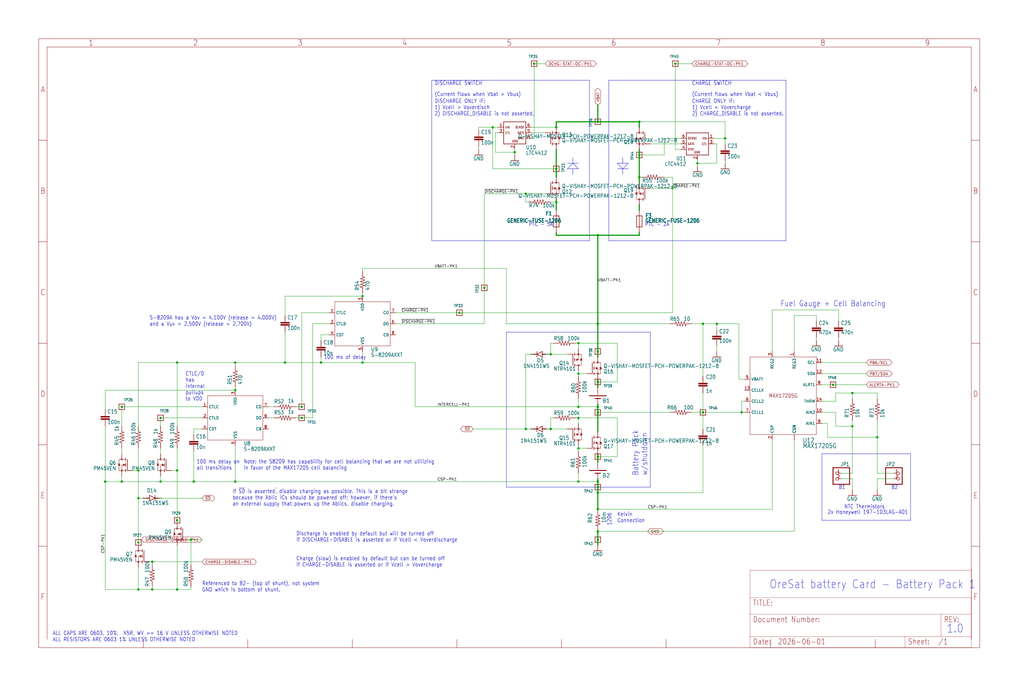
<source format=kicad_sch>
(kicad_sch (version 20230121) (generator eeschema)
  (paper "User" 469.9 317.551)
  (junction (at 236.22 69.85))
  (junction (at 63.5 248.92))
  (junction (at 274.32 161.29))
  (junction (at 63.5 228.6))
  (junction (at 322.58 189.23))
  (junction (at 226.06 58.42))
  (junction (at 274.32 186.69))
  (junction (at 274.32 148.59))
  (junction (at 274.32 226.06))
  (junction (at 81.28 166.37))
  (junction (at 166.37 135.89))
  (junction (at 81.28 215.9))
  (junction (at 138.43 186.69))
  (junction (at 63.5 270.51))
  (junction (at 166.37 166.37))
  (junction (at 265.43 191.77))
  (junction (at 265.43 171.45))
  (junction (at 222.25 132.08))
  (junction (at 55.88 220.98))
  (junction (at 382.27 176.53))
  (junction (at 255.27 92.71))
  (junction (at 210.82 143.51))
  (junction (at 328.93 148.59))
  (junction (at 274.32 243.84))
  (junction (at 69.85 270.51))
  (junction (at 147.32 166.37))
  (junction (at 274.32 189.23))
  (junction (at 73.66 220.98))
  (junction (at 73.66 191.77))
  (junction (at 274.32 247.65))
  (junction (at 274.32 233.68))
  (junction (at 322.58 148.59))
  (junction (at 252.73 196.85))
  (junction (at 107.95 166.37))
  (junction (at 63.5 215.9))
  (junction (at 274.32 107.95))
  (junction (at 138.43 191.77))
  (junction (at 48.26 220.98))
  (junction (at 340.36 189.23))
  (junction (at 274.32 55.88))
  (junction (at 245.11 29.21))
  (junction (at 391.16 195.58))
  (junction (at 241.3 88.9))
  (junction (at 130.81 166.37))
  (junction (at 309.88 29.21))
  (junction (at 107.95 220.98))
  (junction (at 265.43 220.98))
  (junction (at 308.61 86.36))
  (junction (at 255.27 77.47))
  (junction (at 274.32 209.55))
  (junction (at 87.63 247.65))
  (junction (at 81.28 238.76))
  (junction (at 107.95 179.07))
  (junction (at 332.74 63.5))
  (junction (at 274.32 223.52))
  (junction (at 55.88 186.69))
  (junction (at 274.32 175.26))
  (junction (at 293.37 55.88))
  (junction (at 88.9 220.98))
  (junction (at 391.16 180.34))
  (junction (at 293.37 81.28))
  (junction (at 402.59 200.66))
  (junction (at 81.28 270.51))
  (junction (at 265.43 205.74))
  (junction (at 320.04 74.93))
  (junction (at 293.37 71.12))
  (junction (at 265.43 157.48))
  (junction (at 255.27 58.42))
  (junction (at 252.73 162.56))
  (junction (at 274.32 220.98))
  (junction (at 241.3 196.85))
  (junction (at 265.43 186.69))
  (junction (at 69.85 257.81))
  (wire (pts (xy 391.16 182.88) (xy 391.16 180.34)) (stroke (width 0.1524)))
  (polyline (pts (xy 279.4 110.49) (xy 360.68 110.49)) (stroke (width 0.1524) (type solid)))
  (wire (pts (xy 147.32 166.37) (xy 130.81 166.37)) (stroke (width 0.1524)))
  (wire (pts (xy 107.95 179.07) (xy 48.26 179.07)) (stroke (width 0.1524)))
  (polyline (pts (xy 232.41 152.4) (xy 232.41 223.52)) (stroke (width 0.1524) (type solid)))
  (wire (pts (xy 123.19 191.77) (xy 125.73 191.77)) (stroke (width 0.1524)))
  (wire (pts (xy 252.73 196.85) (xy 260.35 196.85)) (stroke (width 0.1524)))
  (wire (pts (xy 274.32 55.88) (xy 293.37 55.88)) (stroke (width 0.508)))
  (wire (pts (xy 317.5 189.23) (xy 322.58 189.23)) (stroke (width 0.1524)))
  (wire (pts (xy 130.81 135.89) (xy 130.81 144.78)) (stroke (width 0.1524)))
  (wire (pts (xy 328.93 151.13) (xy 328.93 148.59)) (stroke (width 0.1524)))
  (wire (pts (xy 255.27 92.71) (xy 255.27 96.52)) (stroke (width 0.508)))
  (wire (pts (xy 322.58 189.23) (xy 340.36 189.23)) (stroke (width 0.1524)))
  (wire (pts (xy 81.28 166.37) (xy 63.5 166.37)) (stroke (width 0.1524)))
  (wire (pts (xy 147.32 153.67) (xy 151.13 153.67)) (stroke (width 0.1524)))
  (wire (pts (xy 328.93 158.75) (xy 328.93 161.29)) (stroke (width 0.1524)))
  (wire (pts (xy 274.32 226.06) (xy 274.32 223.52)) (stroke (width 0.508)))
  (wire (pts (xy 73.66 205.74) (xy 73.66 208.28)) (stroke (width 0.1524)))
  (wire (pts (xy 304.8 63.5) (xy 304.8 71.12)) (stroke (width 0.1524)))
  (wire (pts (xy 269.24 171.45) (xy 265.43 171.45)) (stroke (width 0.1524)))
  (wire (pts (xy 304.8 81.28) (xy 308.61 81.28)) (stroke (width 0.1524)))
  (wire (pts (xy 250.19 162.56) (xy 252.73 162.56)) (stroke (width 0.1524)))
  (polyline (pts (xy 262.89 74.93) (xy 262.89 72.39)) (stroke (width 0.1524) (type solid)))
  (wire (pts (xy 138.43 191.77) (xy 143.51 191.77)) (stroke (width 0.1524)))
  (polyline (pts (xy 262.89 77.47) (xy 262.89 80.01)) (stroke (width 0.1524) (type solid)))
  (wire (pts (xy 327.66 63.5) (xy 332.74 63.5)) (stroke (width 0.1524)))
  (wire (pts (xy 69.85 270.51) (xy 81.28 270.51)) (stroke (width 0.1524)))
  (wire (pts (xy 252.73 162.56) (xy 260.35 162.56)) (stroke (width 0.1524)))
  (wire (pts (xy 166.37 166.37) (xy 147.32 166.37)) (stroke (width 0.1524)))
  (wire (pts (xy 63.5 228.6) (xy 63.5 248.92)) (stroke (width 0.1524)))
  (wire (pts (xy 55.88 218.44) (xy 55.88 220.98)) (stroke (width 0.1524)))
  (wire (pts (xy 274.32 185.42) (xy 274.32 186.69)) (stroke (width 0.508)))
  (wire (pts (xy 87.63 270.51) (xy 87.63 269.24)) (stroke (width 0.1524)))
  (wire (pts (xy 341.63 189.23) (xy 340.36 189.23)) (stroke (width 0.1524)))
  (wire (pts (xy 402.59 200.66) (xy 402.59 193.04)) (stroke (width 0.1524)))
  (wire (pts (xy 63.5 270.51) (xy 63.5 260.35)) (stroke (width 0.1524)))
  (polyline (pts (xy 285.75 74.93) (xy 285.75 72.39)) (stroke (width 0.1524) (type solid)))
  (wire (pts (xy 250.19 196.85) (xy 252.73 196.85)) (stroke (width 0.1524)))
  (wire (pts (xy 320.04 76.2) (xy 320.04 74.93)) (stroke (width 0.1524)))
  (wire (pts (xy 274.32 177.8) (xy 274.32 175.26)) (stroke (width 0.508)))
  (wire (pts (xy 383.54 180.34) (xy 391.16 180.34)) (stroke (width 0.1524)))
  (wire (pts (xy 232.41 148.59) (xy 232.41 123.19)) (stroke (width 0.1524)))
  (polyline (pts (xy 279.4 36.83) (xy 279.4 110.49)) (stroke (width 0.1524) (type solid)))
  (wire (pts (xy 274.32 55.88) (xy 274.32 48.26)) (stroke (width 0.508)))
  (wire (pts (xy 332.74 73.66) (xy 332.74 74.93)) (stroke (width 0.1524)))
  (wire (pts (xy 328.93 148.59) (xy 339.09 148.59)) (stroke (width 0.1524)))
  (wire (pts (xy 92.71 191.77) (xy 73.66 191.77)) (stroke (width 0.1524)))
  (wire (pts (xy 88.9 220.98) (xy 107.95 220.98)) (stroke (width 0.1524)))
  (wire (pts (xy 293.37 55.88) (xy 332.74 55.88)) (stroke (width 0.1524)))
  (wire (pts (xy 255.27 58.42) (xy 255.27 55.88)) (stroke (width 0.508)))
  (wire (pts (xy 269.24 205.74) (xy 265.43 205.74)) (stroke (width 0.1524)))
  (wire (pts (xy 241.3 92.71) (xy 242.57 92.71)) (stroke (width 0.1524)))
  (wire (pts (xy 283.21 175.26) (xy 283.21 157.48)) (stroke (width 0.1524)))
  (wire (pts (xy 241.3 196.85) (xy 217.17 196.85)) (stroke (width 0.1524)))
  (wire (pts (xy 87.63 247.65) (xy 92.71 247.65)) (stroke (width 0.1524)))
  (wire (pts (xy 354.33 161.29) (xy 354.33 142.24)) (stroke (width 0.1524)))
  (wire (pts (xy 265.43 220.98) (xy 107.95 220.98)) (stroke (width 0.1524)))
  (polyline (pts (xy 285.75 77.47) (xy 283.21 77.47)) (stroke (width 0.1524) (type solid)))
  (wire (pts (xy 190.5 166.37) (xy 166.37 166.37)) (stroke (width 0.1524)))
  (wire (pts (xy 274.32 186.69) (xy 265.43 186.69)) (stroke (width 0.1524)))
  (wire (pts (xy 265.43 157.48) (xy 283.21 157.48)) (stroke (width 0.1524)))
  (polyline (pts (xy 417.83 238.76) (xy 417.83 208.28)) (stroke (width 0.1524) (type solid)))
  (wire (pts (xy 69.85 269.24) (xy 69.85 270.51)) (stroke (width 0.1524)))
  (wire (pts (xy 308.61 86.36) (xy 308.61 143.51)) (stroke (width 0.1524)))
  (wire (pts (xy 81.28 238.76) (xy 81.28 240.03)) (stroke (width 0.1524)))
  (wire (pts (xy 340.36 189.23) (xy 340.36 184.15)) (stroke (width 0.1524)))
  (wire (pts (xy 245.11 162.56) (xy 241.3 162.56)) (stroke (width 0.1524)))
  (wire (pts (xy 255.27 68.58) (xy 255.27 77.47)) (stroke (width 0.508)))
  (wire (pts (xy 68.58 257.81) (xy 69.85 257.81)) (stroke (width 0.1524)))
  (wire (pts (xy 274.32 148.59) (xy 307.34 148.59)) (stroke (width 0.1524)))
  (wire (pts (xy 265.43 186.69) (xy 265.43 182.88)) (stroke (width 0.1524)))
  (wire (pts (xy 377.19 166.37) (xy 397.51 166.37)) (stroke (width 0.1524)))
  (wire (pts (xy 232.41 148.59) (xy 274.32 148.59)) (stroke (width 0.1524)))
  (wire (pts (xy 219.71 67.31) (xy 219.71 68.58)) (stroke (width 0.1524)))
  (wire (pts (xy 265.43 204.47) (xy 265.43 205.74)) (stroke (width 0.1524)))
  (wire (pts (xy 48.26 220.98) (xy 48.26 270.51)) (stroke (width 0.1524)))
  (wire (pts (xy 60.96 215.9) (xy 63.5 215.9)) (stroke (width 0.1524)))
  (polyline (pts (xy 417.83 208.28) (xy 377.19 208.28)) (stroke (width 0.1524) (type solid)))
  (wire (pts (xy 55.88 195.58) (xy 55.88 186.69)) (stroke (width 0.1524)))
  (wire (pts (xy 304.8 71.12) (xy 293.37 71.12)) (stroke (width 0.1524)))
  (wire (pts (xy 166.37 124.46) (xy 166.37 123.19)) (stroke (width 0.1524)))
  (wire (pts (xy 274.32 226.06) (xy 274.32 233.68)) (stroke (width 0.508)))
  (polyline (pts (xy 285.75 77.47) (xy 285.75 80.01)) (stroke (width 0.1524) (type solid)))
  (wire (pts (xy 81.28 195.58) (xy 81.28 166.37)) (stroke (width 0.1524)))
  (wire (pts (xy 293.37 83.82) (xy 293.37 81.28)) (stroke (width 0.508)))
  (wire (pts (xy 265.43 157.48) (xy 265.43 160.02)) (stroke (width 0.1524)))
  (wire (pts (xy 340.36 184.15) (xy 341.63 184.15)) (stroke (width 0.1524)))
  (wire (pts (xy 138.43 143.51) (xy 151.13 143.51)) (stroke (width 0.1524)))
  (wire (pts (xy 383.54 195.58) (xy 391.16 195.58)) (stroke (width 0.1524)))
  (polyline (pts (xy 262.89 74.93) (xy 260.35 74.93)) (stroke (width 0.1524) (type solid)))
  (wire (pts (xy 274.32 247.65) (xy 274.32 250.19)) (stroke (width 0.508)))
  (wire (pts (xy 48.26 179.07) (xy 48.26 187.96)) (stroke (width 0.1524)))
  (wire (pts (xy 255.27 107.95) (xy 274.32 107.95)) (stroke (width 0.508)))
  (wire (pts (xy 265.43 191.77) (xy 283.21 191.77)) (stroke (width 0.1524)))
  (wire (pts (xy 265.43 191.77) (xy 265.43 194.31)) (stroke (width 0.1524)))
  (polyline (pts (xy 377.19 208.28) (xy 377.19 238.76)) (stroke (width 0.1524) (type solid)))
  (wire (pts (xy 384.81 156.21) (xy 384.81 154.94)) (stroke (width 0.1524)))
  (wire (pts (xy 210.82 143.51) (xy 181.61 143.51)) (stroke (width 0.1524)))
  (polyline (pts (xy 262.89 74.93) (xy 260.35 77.47)) (stroke (width 0.1524) (type solid)))
  (wire (pts (xy 384.81 142.24) (xy 384.81 147.32)) (stroke (width 0.1524)))
  (wire (pts (xy 274.32 175.26) (xy 283.21 175.26)) (stroke (width 0.1524)))
  (wire (pts (xy 332.74 63.5) (xy 332.74 66.04)) (stroke (width 0.1524)))
  (wire (pts (xy 265.43 172.72) (xy 265.43 171.45)) (stroke (width 0.1524)))
  (wire (pts (xy 88.9 207.01) (xy 88.9 220.98)) (stroke (width 0.1524)))
  (wire (pts (xy 308.61 81.28) (xy 308.61 86.36)) (stroke (width 0.1524)))
  (wire (pts (xy 265.43 171.45) (xy 265.43 170.18)) (stroke (width 0.1524)))
  (wire (pts (xy 228.6 58.42) (xy 226.06 58.42)) (stroke (width 0.1524)))
  (wire (pts (xy 293.37 96.52) (xy 293.37 93.98)) (stroke (width 0.508)))
  (wire (pts (xy 241.3 162.56) (xy 241.3 196.85)) (stroke (width 0.1524)))
  (wire (pts (xy 264.16 157.48) (xy 265.43 157.48)) (stroke (width 0.1524)))
  (wire (pts (xy 294.64 81.28) (xy 293.37 81.28)) (stroke (width 0.1524)))
  (wire (pts (xy 226.06 77.47) (xy 255.27 77.47)) (stroke (width 0.1524)))
  (wire (pts (xy 63.5 215.9) (xy 63.5 205.74)) (stroke (width 0.1524)))
  (wire (pts (xy 48.26 220.98) (xy 55.88 220.98)) (stroke (width 0.1524)))
  (wire (pts (xy 274.32 161.29) (xy 274.32 148.59)) (stroke (width 0.508)))
  (wire (pts (xy 382.27 176.53) (xy 397.51 176.53)) (stroke (width 0.1524)))
  (wire (pts (xy 55.88 208.28) (xy 55.88 205.74)) (stroke (width 0.1524)))
  (wire (pts (xy 374.65 156.21) (xy 374.65 154.94)) (stroke (width 0.1524)))
  (wire (pts (xy 135.89 186.69) (xy 138.43 186.69)) (stroke (width 0.1524)))
  (polyline (pts (xy 265.43 77.47) (xy 262.89 74.93)) (stroke (width 0.1524) (type solid)))
  (wire (pts (xy 81.28 215.9) (xy 81.28 238.76)) (stroke (width 0.1524)))
  (wire (pts (xy 332.74 55.88) (xy 332.74 63.5)) (stroke (width 0.1524)))
  (wire (pts (xy 410.21 219.71) (xy 402.59 219.71)) (stroke (width 0.1524)))
  (wire (pts (xy 274.32 163.83) (xy 274.32 161.29)) (stroke (width 0.508)))
  (wire (pts (xy 379.73 194.31) (xy 379.73 200.66)) (stroke (width 0.1524)))
  (wire (pts (xy 309.88 29.21) (xy 309.88 68.58)) (stroke (width 0.1524)))
  (wire (pts (xy 274.32 233.68) (xy 354.33 233.68)) (stroke (width 0.1524)))
  (wire (pts (xy 254 157.48) (xy 252.73 157.48)) (stroke (width 0.1524)))
  (wire (pts (xy 391.16 180.34) (xy 402.59 180.34)) (stroke (width 0.1524)))
  (polyline (pts (xy 285.75 74.93) (xy 288.29 74.93)) (stroke (width 0.1524) (type solid)))
  (wire (pts (xy 402.59 180.34) (xy 402.59 182.88)) (stroke (width 0.1524)))
  (wire (pts (xy 274.32 220.98) (xy 265.43 220.98)) (stroke (width 0.1524)))
  (wire (pts (xy 402.59 217.17) (xy 410.21 217.17)) (stroke (width 0.1524)))
  (wire (pts (xy 293.37 81.28) (xy 293.37 71.12)) (stroke (width 0.508)))
  (wire (pts (xy 243.84 58.42) (xy 255.27 58.42)) (stroke (width 0.1524)))
  (polyline (pts (xy 270.51 110.49) (xy 198.12 110.49)) (stroke (width 0.1524) (type solid)))
  (wire (pts (xy 73.66 220.98) (xy 88.9 220.98)) (stroke (width 0.1524)))
  (polyline (pts (xy 198.12 110.49) (xy 198.12 36.83)) (stroke (width 0.1524) (type solid)))
  (wire (pts (xy 143.51 148.59) (xy 151.13 148.59)) (stroke (width 0.1524)))
  (wire (pts (xy 255.27 106.68) (xy 255.27 107.95)) (stroke (width 0.508)))
  (wire (pts (xy 181.61 148.59) (xy 222.25 148.59)) (stroke (width 0.1524)))
  (wire (pts (xy 219.71 59.69) (xy 219.71 58.42)) (stroke (width 0.1524)))
  (wire (pts (xy 245.11 63.5) (xy 245.11 29.21)) (stroke (width 0.1524)))
  (wire (pts (xy 86.36 247.65) (xy 87.63 247.65)) (stroke (width 0.1524)))
  (wire (pts (xy 383.54 184.15) (xy 383.54 180.34)) (stroke (width 0.1524)))
  (wire (pts (xy 354.33 201.93) (xy 354.33 233.68)) (stroke (width 0.1524)))
  (wire (pts (xy 320.04 74.93) (xy 320.04 73.66)) (stroke (width 0.1524)))
  (wire (pts (xy 265.43 205.74) (xy 265.43 207.01)) (stroke (width 0.1524)))
  (wire (pts (xy 227.33 60.96) (xy 227.33 69.85)) (stroke (width 0.1524)))
  (wire (pts (xy 402.59 200.66) (xy 402.59 217.17)) (stroke (width 0.1524)))
  (wire (pts (xy 293.37 55.88) (xy 293.37 58.42)) (stroke (width 0.508)))
  (wire (pts (xy 293.37 68.58) (xy 293.37 71.12)) (stroke (width 0.508)))
  (wire (pts (xy 107.95 167.64) (xy 107.95 166.37)) (stroke (width 0.1524)))
  (wire (pts (xy 190.5 186.69) (xy 190.5 166.37)) (stroke (width 0.1524)))
  (wire (pts (xy 67.31 228.6) (xy 63.5 228.6)) (stroke (width 0.1524)))
  (polyline (pts (xy 288.29 74.93) (xy 285.75 77.47)) (stroke (width 0.1524) (type solid)))
  (wire (pts (xy 265.43 217.17) (xy 265.43 220.98)) (stroke (width 0.1524)))
  (wire (pts (xy 298.45 66.04) (xy 312.42 66.04)) (stroke (width 0.1524)))
  (wire (pts (xy 391.16 217.17) (xy 386.08 217.17)) (stroke (width 0.1524)))
  (wire (pts (xy 166.37 123.19) (xy 232.41 123.19)) (stroke (width 0.1524)))
  (wire (pts (xy 377.19 189.23) (xy 383.54 189.23)) (stroke (width 0.1524)))
  (wire (pts (xy 364.49 144.78) (xy 364.49 161.29)) (stroke (width 0.1524)))
  (wire (pts (xy 328.93 74.93) (xy 320.04 74.93)) (stroke (width 0.1524)))
  (wire (pts (xy 402.59 219.71) (xy 402.59 224.79)) (stroke (width 0.1524)))
  (wire (pts (xy 391.16 219.71) (xy 391.16 224.79)) (stroke (width 0.1524)))
  (wire (pts (xy 69.85 257.81) (xy 69.85 259.08)) (stroke (width 0.1524)))
  (wire (pts (xy 252.73 191.77) (xy 252.73 196.85)) (stroke (width 0.1524)))
  (wire (pts (xy 252.73 157.48) (xy 252.73 162.56)) (stroke (width 0.1524)))
  (wire (pts (xy 322.58 148.59) (xy 328.93 148.59)) (stroke (width 0.1524)))
  (wire (pts (xy 87.63 247.65) (xy 87.63 259.08)) (stroke (width 0.1524)))
  (wire (pts (xy 107.95 166.37) (xy 81.28 166.37)) (stroke (width 0.1524)))
  (wire (pts (xy 379.73 200.66) (xy 402.59 200.66)) (stroke (width 0.1524)))
  (wire (pts (xy 255.27 91.44) (xy 255.27 92.71)) (stroke (width 0.508)))
  (wire (pts (xy 143.51 191.77) (xy 143.51 148.59)) (stroke (width 0.1524)))
  (polyline (pts (xy 279.4 36.83) (xy 360.68 36.83)) (stroke (width 0.1524) (type solid)))
  (wire (pts (xy 377.19 171.45) (xy 397.51 171.45)) (stroke (width 0.1524)))
  (wire (pts (xy 147.32 156.21) (xy 147.32 153.67)) (stroke (width 0.1524)))
  (polyline (pts (xy 265.43 74.93) (xy 262.89 74.93)) (stroke (width 0.1524) (type solid)))
  (wire (pts (xy 147.32 166.37) (xy 147.32 163.83)) (stroke (width 0.1524)))
  (polyline (pts (xy 285.75 77.47) (xy 283.21 74.93)) (stroke (width 0.1524) (type solid)))
  (wire (pts (xy 377.19 184.15) (xy 383.54 184.15)) (stroke (width 0.1524)))
  (wire (pts (xy 72.39 228.6) (xy 92.71 228.6)) (stroke (width 0.1524)))
  (wire (pts (xy 241.3 88.9) (xy 222.25 88.9)) (stroke (width 0.1524)))
  (polyline (pts (xy 198.12 36.83) (xy 270.51 36.83)) (stroke (width 0.1524) (type solid)))
  (wire (pts (xy 283.21 191.77) (xy 283.21 209.55)) (stroke (width 0.1524)))
  (wire (pts (xy 322.58 172.72) (xy 322.58 148.59)) (stroke (width 0.1524)))
  (polyline (pts (xy 298.45 152.4) (xy 298.45 223.52)) (stroke (width 0.1524) (type solid)))
  (polyline (pts (xy 232.41 223.52) (xy 298.45 223.52)) (stroke (width 0.1524) (type solid)))
  (wire (pts (xy 328.93 66.04) (xy 328.93 74.93)) (stroke (width 0.1524)))
  (polyline (pts (xy 260.35 77.47) (xy 262.89 77.47)) (stroke (width 0.1524) (type solid)))
  (wire (pts (xy 391.16 195.58) (xy 391.16 217.17)) (stroke (width 0.1524)))
  (wire (pts (xy 241.3 196.85) (xy 245.11 196.85)) (stroke (width 0.1524)))
  (wire (pts (xy 383.54 189.23) (xy 383.54 195.58)) (stroke (width 0.1524)))
  (wire (pts (xy 274.32 212.09) (xy 274.32 209.55)) (stroke (width 0.508)))
  (wire (pts (xy 265.43 186.69) (xy 190.5 186.69)) (stroke (width 0.1524)))
  (wire (pts (xy 309.88 68.58) (xy 312.42 68.58)) (stroke (width 0.1524)))
  (wire (pts (xy 327.66 66.04) (xy 328.93 66.04)) (stroke (width 0.1524)))
  (wire (pts (xy 236.22 69.85) (xy 236.22 68.58)) (stroke (width 0.1524)))
  (wire (pts (xy 243.84 63.5) (xy 245.11 63.5)) (stroke (width 0.1524)))
  (wire (pts (xy 69.85 257.81) (xy 92.71 257.81)) (stroke (width 0.1524)))
  (wire (pts (xy 73.66 195.58) (xy 73.66 191.77)) (stroke (width 0.1524)))
  (wire (pts (xy 377.19 176.53) (xy 382.27 176.53)) (stroke (width 0.1524)))
  (wire (pts (xy 88.9 196.85) (xy 88.9 199.39)) (stroke (width 0.1524)))
  (polyline (pts (xy 377.19 238.76) (xy 417.83 238.76)) (stroke (width 0.1524) (type solid)))
  (wire (pts (xy 274.32 198.12) (xy 274.32 189.23)) (stroke (width 0.508)))
  (wire (pts (xy 48.26 220.98) (xy 48.26 195.58)) (stroke (width 0.1524)))
  (wire (pts (xy 63.5 215.9) (xy 63.5 228.6)) (stroke (width 0.1524)))
  (wire (pts (xy 274.32 175.26) (xy 274.32 173.99)) (stroke (width 0.508)))
  (wire (pts (xy 391.16 195.58) (xy 391.16 193.04)) (stroke (width 0.1524)))
  (wire (pts (xy 92.71 186.69) (xy 55.88 186.69)) (stroke (width 0.1524)))
  (wire (pts (xy 236.22 71.12) (xy 236.22 69.85)) (stroke (width 0.1524)))
  (wire (pts (xy 322.58 204.47) (xy 322.58 226.06)) (stroke (width 0.1524)))
  (wire (pts (xy 222.25 88.9) (xy 222.25 132.08)) (stroke (width 0.1524)))
  (wire (pts (xy 245.11 29.21) (xy 250.19 29.21)) (stroke (width 0.1524)))
  (wire (pts (xy 339.09 173.99) (xy 339.09 148.59)) (stroke (width 0.1524)))
  (wire (pts (xy 274.32 247.65) (xy 274.32 243.84)) (stroke (width 0.508)))
  (wire (pts (xy 274.32 189.23) (xy 274.32 186.69)) (stroke (width 0.508)))
  (wire (pts (xy 55.88 220.98) (xy 73.66 220.98)) (stroke (width 0.1524)))
  (polyline (pts (xy 288.29 77.47) (xy 285.75 77.47)) (stroke (width 0.1524) (type solid)))
  (wire (pts (xy 312.42 63.5) (xy 304.8 63.5)) (stroke (width 0.1524)))
  (wire (pts (xy 391.16 219.71) (xy 386.08 219.71)) (stroke (width 0.1524)))
  (wire (pts (xy 166.37 166.37) (xy 166.37 161.29)) (stroke (width 0.1524)))
  (wire (pts (xy 274.32 226.06) (xy 322.58 226.06)) (stroke (width 0.1524)))
  (wire (pts (xy 63.5 195.58) (xy 63.5 166.37)) (stroke (width 0.1524)))
  (polyline (pts (xy 262.89 77.47) (xy 265.43 77.47)) (stroke (width 0.1524) (type solid)))
  (wire (pts (xy 374.65 147.32) (xy 374.65 144.78)) (stroke (width 0.1524)))
  (wire (pts (xy 63.5 248.92) (xy 63.5 250.19)) (stroke (width 0.1524)))
  (wire (pts (xy 322.58 189.23) (xy 322.58 180.34)) (stroke (width 0.1524)))
  (wire (pts (xy 309.88 29.21) (xy 317.5 29.21)) (stroke (width 0.1524)))
  (wire (pts (xy 250.19 88.9) (xy 241.3 88.9)) (stroke (width 0.1524)))
  (wire (pts (xy 274.32 107.95) (xy 274.32 148.59)) (stroke (width 0.508)))
  (wire (pts (xy 255.27 55.88) (xy 274.32 55.88)) (stroke (width 0.508)))
  (wire (pts (xy 377.19 194.31) (xy 379.73 194.31)) (stroke (width 0.1524)))
  (wire (pts (xy 73.66 218.44) (xy 73.66 220.98)) (stroke (width 0.1524)))
  (wire (pts (xy 293.37 107.95) (xy 293.37 106.68)) (stroke (width 0.508)))
  (wire (pts (xy 226.06 58.42) (xy 219.71 58.42)) (stroke (width 0.1524)))
  (polyline (pts (xy 283.21 74.93) (xy 285.75 74.93)) (stroke (width 0.1524) (type solid)))
  (wire (pts (xy 241.3 88.9) (xy 241.3 92.71)) (stroke (width 0.1524)))
  (wire (pts (xy 107.95 166.37) (xy 130.81 166.37)) (stroke (width 0.1524)))
  (wire (pts (xy 322.58 196.85) (xy 322.58 189.23)) (stroke (width 0.1524)))
  (wire (pts (xy 255.27 77.47) (xy 255.27 81.28)) (stroke (width 0.508)))
  (wire (pts (xy 364.49 201.93) (xy 364.49 243.84)) (stroke (width 0.1524)))
  (wire (pts (xy 274.32 107.95) (xy 293.37 107.95)) (stroke (width 0.508)))
  (wire (pts (xy 81.28 215.9) (xy 81.28 205.74)) (stroke (width 0.1524)))
  (wire (pts (xy 107.95 179.07) (xy 107.95 177.8)) (stroke (width 0.1524)))
  (wire (pts (xy 92.71 196.85) (xy 88.9 196.85)) (stroke (width 0.1524)))
  (polyline (pts (xy 270.51 36.83) (xy 270.51 110.49)) (stroke (width 0.1524) (type solid)))
  (wire (pts (xy 308.61 86.36) (xy 298.45 86.36)) (stroke (width 0.1524)))
  (wire (pts (xy 283.21 209.55) (xy 274.32 209.55)) (stroke (width 0.1524)))
  (wire (pts (xy 274.32 219.71) (xy 274.32 220.98)) (stroke (width 0.508)))
  (wire (pts (xy 138.43 186.69) (xy 138.43 143.51)) (stroke (width 0.1524)))
  (wire (pts (xy 166.37 135.89) (xy 166.37 134.62)) (stroke (width 0.1524)))
  (wire (pts (xy 264.16 191.77) (xy 265.43 191.77)) (stroke (width 0.1524)))
  (wire (pts (xy 226.06 77.47) (xy 226.06 58.42)) (stroke (width 0.1524)))
  (wire (pts (xy 274.32 209.55) (xy 274.32 208.28)) (stroke (width 0.508)))
  (polyline (pts (xy 232.41 152.4) (xy 298.45 152.4)) (stroke (width 0.1524) (type solid)))
  (wire (pts (xy 254 191.77) (xy 252.73 191.77)) (stroke (width 0.1524)))
  (wire (pts (xy 227.33 69.85) (xy 236.22 69.85)) (stroke (width 0.1524)))
  (wire (pts (xy 222.25 148.59) (xy 222.25 132.08)) (stroke (width 0.1524)))
  (wire (pts (xy 81.28 270.51) (xy 81.28 250.19)) (stroke (width 0.1524)))
  (wire (pts (xy 274.32 223.52) (xy 274.32 220.98)) (stroke (width 0.508)))
  (wire (pts (xy 308.61 143.51) (xy 210.82 143.51)) (stroke (width 0.1524)))
  (wire (pts (xy 135.89 191.77) (xy 138.43 191.77)) (stroke (width 0.1524)))
  (wire (pts (xy 81.28 270.51) (xy 87.63 270.51)) (stroke (width 0.1524)))
  (wire (pts (xy 130.81 166.37) (xy 130.81 152.4)) (stroke (width 0.1524)))
  (wire (pts (xy 123.19 186.69) (xy 125.73 186.69)) (stroke (width 0.1524)))
  (wire (pts (xy 341.63 173.99) (xy 339.09 173.99)) (stroke (width 0.1524)))
  (wire (pts (xy 107.95 220.98) (xy 107.95 204.47)) (stroke (width 0.1524)))
  (wire (pts (xy 228.6 60.96) (xy 227.33 60.96)) (stroke (width 0.1524)))
  (wire (pts (xy 255.27 92.71) (xy 252.73 92.71)) (stroke (width 0.1524)))
  (polyline (pts (xy 360.68 36.83) (xy 360.68 110.49)) (stroke (width 0.1524) (type solid)))
  (wire (pts (xy 374.65 144.78) (xy 364.49 144.78)) (stroke (width 0.1524)))
  (wire (pts (xy 63.5 270.51) (xy 69.85 270.51)) (stroke (width 0.1524)))
  (wire (pts (xy 243.84 60.96) (xy 250.19 60.96)) (stroke (width 0.1524)))
  (wire (pts (xy 48.26 270.51) (xy 63.5 270.51)) (stroke (width 0.1524)))
  (wire (pts (xy 274.32 243.84) (xy 364.49 243.84)) (stroke (width 0.1524)))
  (wire (pts (xy 274.32 189.23) (xy 307.34 189.23)) (stroke (width 0.1524)))
  (wire (pts (xy 317.5 148.59) (xy 322.58 148.59)) (stroke (width 0.1524)))
  (wire (pts (xy 354.33 142.24) (xy 384.81 142.24)) (stroke (width 0.1524)))
  (wire (pts (xy 166.37 135.89) (xy 130.81 135.89)) (stroke (width 0.1524)))
  (wire (pts (xy 81.28 215.9) (xy 78.74 215.9)) (stroke (width 0.1524)))
  (text "PTC - 5A" (at 242.57 104.14 0) (effects (font (size 1.778 1.5113)) (justify left bottom)))
  (text "B2" (at 408.94 224.79 0) (effects (font (size 1.778 1.5113)) (justify left bottom)))
  (text "Note: the S8209 has capability for cell balancing that we are not utilizing\nin favor of the MAX17205 cell balancing" (at 111.76 215.9 0) (effects (font (size 1.778 1.5113)) (justify left bottom)))
  (text "Discharge is enabled by default but will be turned off\nif DISCHARGE-DISABLE is asserted or if Vcell < Voverdischarge" (at 135.89 248.92 0) (effects (font (size 1.778 1.5113)) (justify left bottom)))
  (text "Charge (slow) is enabled by default but can be turned off\nif CHARGE-DISABLE is asserted or if Vcell > Vovercharge" (at 135.89 260.35 0) (effects (font (size 1.778 1.5113)) (justify left bottom)))
  (text "B1" (at 384.81 224.79 0) (effects (font (size 1.778 1.5113)) (justify left bottom)))
  (text "NTC Thermistors" (at 387.35 233.68 0) (effects (font (size 1.778 1.5113)) (justify left bottom)))
  (text "2x Honeywell 197-103LAG-A01" (at 379.73 236.22 0) (effects (font (size 1.778 1.5113)) (justify left bottom)))
  (text "100 ms of delay" (at 148.59 165.1 0) (effects (font (size 1.778 1.5113)) (justify left bottom)))
  (text "DISCHARGE SWITCH" (at 199.39 39.37 0) (effects (font (size 1.778 1.5113)) (justify left bottom)))
  (text "ALL CAPS ARE 0603, 10%,  X5R, WV >= 16 V UNLESS OTHERWISE NOTED\nALL RESISTORS ARE 0603 1% UNLESS OTHERWISE NOTED" (at 24.13 294.64 0) (effects (font (size 1.778 1.5113)) (justify left bottom)))
  (text "S-8209A has a Vov = 4.100V (release = 4.000V)\nand a Vuv = 2.500V (release = 2.700V)" (at 68.58 149.86 0) (effects (font (size 1.778 1.5113)) (justify left bottom)))
  (text "Fuel Gauge + Cell Balancing" (at 358.14 140.97 0) (effects (font (size 2.54 2.159)) (justify left bottom)))
  (text "1.0" (at 434.34 290.83 0) (effects (font (size 3.81 3.2385)) (justify left bottom)))
  (text "CHARGE SWITCH" (at 317.5 39.37 0) (effects (font (size 1.778 1.5113)) (justify left bottom)))
  (text "1206" (at 280.67 241.3 90) (effects (font (size 1.778 1.5113)) (justify left bottom)))
  (text "CHARGE ONLY IF:\n1) Vcell < Vovercharge\n2) CHARGE_DISABLE is not asserted." (at 317.5 53.34 0) (effects (font (size 1.778 1.5113)) (justify left bottom)))
  (text "Battery Pack\nw/shutdown" (at 297.18 218.44 90) (effects (font (size 2.54 2.159)) (justify left bottom)))
  (text "OreSat battery Card - Battery Pack 1" (at 353.06 270.51 0) (effects (font (size 3.81 3.2385)) (justify left bottom)))
  (text "DISCHARGE ONLY IF:\n1) Vcell > Voverdisch\n2) DISCHARGE_DISABLE is not asserted." (at 199.39 53.34 0) (effects (font (size 1.778 1.5113)) (justify left bottom)))
  (text "(Current flows when Vbat > Vbus)" (at 199.39 44.45 0) (effects (font (size 1.778 1.5113)) (justify left bottom)))
  (text "Kelvin\nConnection" (at 283.21 240.03 0) (effects (font (size 1.778 1.5113)) (justify left bottom)))
  (text "(Current flows when Vbat < Vbus)" (at 317.5 44.45 0) (effects (font (size 1.778 1.5113)) (justify left bottom)))
  (text "CTLC/D\nhas\ninternal\npullups\nto VDD" (at 85.09 184.15 0) (effects (font (size 1.778 1.5113)) (justify left bottom)))
  (text "100 ms delay on\nall transitions" (at 90.17 215.9 0) (effects (font (size 1.778 1.5113)) (justify left bottom)))
  (text "Referenced to B2- (top of shunt), not system\nGND which is bottom of shunt." (at 92.71 271.78 0) (effects (font (size 1.778 1.5113)) (justify left bottom)))
  (text "If ~{SD} is asserted~{,} disable charging as possible. This is a bit strange\nbecause the Ablic ICs should be powered off; however, if there's\nan external supply that powers up the Ablics, disable charging." (at 106.68 232.41 0) (effects (font (size 1.778 1.5113)) (justify left bottom)))
  (text "PTC - 2A" (at 295.91 104.14 0) (effects (font (size 1.778 1.5113)) (justify left bottom)))
  (label "INTERCELL-PK1" (at 200.66 186.69 0) (effects (font (size 1.2446 1.2446))))
  (label "~{DISCHARGE-PK1}" (at 222.25 88.9 0) (effects (font (size 1.2446 1.2446))))
  (label "CSP-PK1" (at 200.66 220.98 0) (effects (font (size 1.2446 1.2446))))
  (label "VBATT-PK1" (at 274.32 129.54 0) (effects (font (size 1.2446 1.2446))))
  (label "CSP-PK1" (at 48.26 254 90) (effects (font (size 1.2446 1.2446))))
  (label "~{CHARGE-PK1}" (at 184.15 143.51 0) (effects (font (size 1.2446 1.2446))))
  (label "CSP-PK1" (at 297.18 233.68 0) (effects (font (size 1.2446 1.2446))))
  (label "~{DISCHARGE-PK1}" (at 184.15 148.59 0) (effects (font (size 1.2446 1.2446))))
  (label "~{CHARGE-PK1}" (at 308.61 86.36 0) (effects (font (size 1.2446 1.2446))))
  (label "VBATT-PK1" (at 199.39 123.19 0) (effects (font (size 1.2446 1.2446))))
  (global_label "ALERTA-PK1" (shape bidirectional) (at 397.51 176.53 0) (effects (font (size 1.2446 1.2446))) (property "Intersheetrefs" "${INTERSHEET_REFS}" (effects hide)))
  (global_label "DISCHARGE-DISABLE-PK1" (shape bidirectional) (at 92.71 247.65 180) (effects (font (size 1.2446 1.2446))) (property "Intersheetrefs" "${INTERSHEET_REFS}" (effects hide)))
  (global_label "~{SD}" (shape bidirectional) (at 92.71 228.6 0) (effects (font (size 1.2446 1.2446))) (property "Intersheetrefs" "${INTERSHEET_REFS}" (effects hide)))
  (global_label "VBAT" (shape bidirectional) (at 274.32 48.26 90) (effects (font (size 1.2446 1.2446))) (property "Intersheetrefs" "${INTERSHEET_REFS}" (effects hide)))
  (global_label "PB7/SDA" (shape bidirectional) (at 397.51 171.45 0) (effects (font (size 1.2446 1.2446))) (property "Intersheetrefs" "${INTERSHEET_REFS}" (effects hide)))
  (global_label "DCHG-STAT-OC-PK1" (shape bidirectional) (at 250.19 29.21 0) (effects (font (size 1.2446 1.2446))) (property "Intersheetrefs" "${INTERSHEET_REFS}" (effects hide)))
  (global_label "CHARGE-STAT-OC-PK1" (shape bidirectional) (at 317.5 29.21 0) (effects (font (size 1.2446 1.2446))) (property "Intersheetrefs" "${INTERSHEET_REFS}" (effects hide)))
  (global_label "GND" (shape bidirectional) (at 297.18 243.84 0) (effects (font (size 1.2446 1.2446))) (property "Intersheetrefs" "${INTERSHEET_REFS}" (effects hide)))
  (global_label "PB6/SCL" (shape bidirectional) (at 397.51 166.37 0) (effects (font (size 1.2446 1.2446))) (property "Intersheetrefs" "${INTERSHEET_REFS}" (effects hide)))
  (global_label "CHARGE-DISABLE-PK1" (shape bidirectional) (at 92.71 257.81 0) (effects (font (size 1.2446 1.2446))) (property "Intersheetrefs" "${INTERSHEET_REFS}" (effects hide)))
  (global_label "~{SD}" (shape bidirectional) (at 217.17 196.85 180) (effects (font (size 1.2446 1.2446))) (property "Intersheetrefs" "${INTERSHEET_REFS}" (effects hide)))
  (symbol (lib_id "oresat-batteries-eagle-import:R-US_0603-C-NOSILK") (at 259.08 157.48 0) (unit 1)
    (property "Reference" "R58" (at 254 156.21 0) (effects (font (size 1.778 1.5113)) (justify left bottom)))
    (property "Value" "100k" (at 260.35 156.21 0) (effects (font (size 1.778 1.5113)) (justify left bottom)))
    (property "Footprint" "oresat-batteries:.0603-C-NOSILK" (effects hide))
    (property "DIS" "Digi-Key" (effects hide))
    (property "DPN" "311-1.00MHRCT-ND" (effects hide))
    (property "MFR" "Yageo" (effects hide))
    (property "MPN" "RC0603FR-071ML" (effects hide))
  )
  (symbol (lib_id "oresat-batteries-eagle-import:C-EU0603-C-NOSILK") (at 332.74 68.58 0) (unit 1)
    (property "Reference" "C23" (at 333.756 67.945 0) (effects (font (size 1.778 1.5113)) (justify left bottom)))
    (property "Value" "100n" (at 333.756 72.771 0) (effects (font (size 1.778 1.5113)) (justify left bottom)))
    (property "Footprint" "oresat-batteries:.0603-C-NOSILK" (effects hide))
    (property "DIS" "Digi-Key" (effects hide))
    (property "DPN" "399-1099-1-ND" (effects hide))
    (property "MFR" "Kemet" (effects hide))
    (property "MPN" "C0603C104M4RACTU" (effects hide))
  )
  (symbol (lib_id "oresat-batteries-eagle-import:TEST-POINT-LARGE-SQUARE") (at 309.88 29.21 0) (mirror y) (unit 1)
    (property "Reference" "TP45" (at 307.34 26.67 0) (effects (font (size 1.27 1.0795)) (justify right bottom)))
    (property "Value" "TEST-POINT-LARGE-SQUARE" (effects hide))
    (property "Footprint" "oresat-batteries:1X01" (effects hide))
  )
  (symbol (lib_id "oresat-batteries-eagle-import:TEST-POINT-LARGE-SQUARE") (at 138.43 191.77 270) (mirror x) (unit 1)
    (property "Reference" "TP31" (at 140.97 193.04 90) (effects (font (size 1.27 1.0795)) (justify left bottom)))
    (property "Value" "TEST-POINT-LARGE-SQUARE" (effects hide))
    (property "Footprint" "oresat-batteries:1X01" (effects hide))
  )
  (symbol (lib_id "oresat-batteries-eagle-import:C-EU0603-C-NOSILK") (at 48.26 190.5 0) (unit 1)
    (property "Reference" "C15" (at 49.276 189.865 0) (effects (font (size 1.778 1.5113)) (justify left bottom)))
    (property "Value" "100n" (at 49.276 194.691 0) (effects (font (size 1.778 1.5113)) (justify left bottom)))
    (property "Footprint" "oresat-batteries:.0603-C-NOSILK" (effects hide))
    (property "DIS" "Digi-Key" (effects hide))
    (property "DPN" "399-1099-1-ND" (effects hide))
    (property "MFR" "Kemet" (effects hide))
    (property "MPN" "C0603C104M4RACTU" (effects hide))
  )
  (symbol (lib_id "oresat-batteries-eagle-import:R-US_0603-C-NOSILK") (at 81.28 200.66 270) (unit 1)
    (property "Reference" "R49" (at 80.01 205.74 0) (effects (font (size 1.778 1.5113)) (justify right top)))
    (property "Value" "100k" (at 80.01 199.39 0) (effects (font (size 1.778 1.5113)) (justify right top)))
    (property "Footprint" "oresat-batteries:.0603-C-NOSILK" (effects hide))
    (property "DIS" "Digi-Key" (effects hide))
    (property "DPN" "311-1.00MHRCT-ND" (effects hide))
    (property "MFR" "Yageo" (effects hide))
    (property "MPN" "RC0603FR-071ML" (effects hide))
  )
  (symbol (lib_id "oresat-batteries-eagle-import:R-US_0603-C-NOSILK") (at 391.16 187.96 90) (unit 1)
    (property "Reference" "R71" (at 389.6614 191.77 0) (effects (font (size 1.778 1.5113)) (justify left bottom)))
    (property "Value" "10k" (at 394.462 191.77 0) (effects (font (size 1.778 1.5113)) (justify left bottom)))
    (property "Footprint" "oresat-batteries:.0603-C-NOSILK" (effects hide))
    (property "DIS" "Digi-Key" (effects hide))
    (property "DISTRIBUTOR" "Digi-key" (effects hide))
    (property "DPN" "311-10.0KHRCT-ND" (effects hide))
    (property "MFR" "Yageo" (effects hide))
    (property "MPN" "RC0603FR-0710KL" (effects hide))
  )
  (symbol (lib_id "oresat-batteries-eagle-import:supply1_GND") (at 332.74 77.47 0) (mirror y) (unit 1)
    (property "Reference" "#GND050" (effects hide))
    (property "Value" "GND" (at 335.28 80.01 0) (effects (font (size 1.778 1.5113)) (justify left bottom)))
  )
  (symbol (lib_id "oresat-batteries-eagle-import:supply1_GND") (at 384.81 158.75 0) (unit 1)
    (property "Reference" "#GND054" (effects hide))
    (property "Value" "GND" (at 382.27 161.29 0) (effects (font (size 1.778 1.5113)) (justify left bottom)))
  )
  (symbol (lib_id "oresat-batteries-eagle-import:R-US_0603-C-NOSILK") (at 265.43 177.8 270) (unit 1)
    (property "Reference" "R60" (at 264.16 180.34 0) (effects (font (size 1.778 1.5113)) (justify right top)))
    (property "Value" "100k" (at 269.24 180.34 0) (effects (font (size 1.778 1.5113)) (justify right top)))
    (property "Footprint" "oresat-batteries:.0603-C-NOSILK" (effects hide))
    (property "DIS" "Digi-Key" (effects hide))
    (property "DPN" "311-1.00MHRCT-ND" (effects hide))
    (property "MFR" "Yageo" (effects hide))
    (property "MPN" "RC0603FR-071ML" (effects hide))
  )
  (symbol (lib_id "oresat-batteries-eagle-import:S-8209AXXT") (at 166.37 148.59 0) (unit 1)
    (property "Reference" "U9" (at 170.18 161.29 0) (effects (font (size 1.778 1.5113)) (justify left bottom)))
    (property "Value" "S-8209AXXT" (at 170.18 163.83 0) (effects (font (size 1.778 1.5113)) (justify left bottom)))
    (property "Footprint" "oresat-batteries:TSSOP8" (effects hide))
    (property "MFR" "Ablic" (effects hide))
    (property "MPN" "S-8209AAA-T8T1U" (effects hide))
  )
  (symbol (lib_id "oresat-batteries-eagle-import:DIODE-SOD323-R") (at 69.85 228.6 0) (unit 1)
    (property "Reference" "D14" (at 67.31 226.06 0) (effects (font (size 1.778 1.5113)) (justify left bottom)))
    (property "Value" "1N4151WS" (at 77.47 229.87 0) (effects (font (size 1.778 1.5113)) (justify right top)))
    (property "Footprint" "oresat-batteries:SOD323-R" (effects hide))
    (property "DIS" "Digi-Key" (effects hide))
    (property "DPN" "112-1N4151WS-E3-08CT-ND " (effects hide))
    (property "MFR" "Vishay" (effects hide))
    (property "MPN" "1N4151WS-E3-08" (effects hide))
  )
  (symbol (lib_id "oresat-batteries-eagle-import:C-EU0603-C-NOSILK") (at 322.58 175.26 0) (unit 1)
    (property "Reference" "C20" (at 323.85 173.99 0) (effects (font (size 1.778 1.5113)) (justify left bottom)))
    (property "Value" "1n" (at 323.85 180.34 0) (effects (font (size 1.778 1.5113)) (justify left bottom)))
    (property "Footprint" "oresat-batteries:.0603-C-NOSILK" (effects hide))
    (property "DIS" "Digi-Key" (effects hide))
    (property "DPN" "311-1080-1-ND" (effects hide))
    (property "MFR" "Yageo" (effects hide))
    (property "MPN" "CC0603KRX7R9BB102" (effects hide))
  )
  (symbol (lib_id "oresat-batteries-eagle-import:C-EU0603-C-NOSILK") (at 374.65 149.86 0) (unit 1)
    (property "Reference" "C24" (at 375.666 149.225 0) (effects (font (size 1.778 1.5113)) (justify left bottom)))
    (property "Value" "470n" (at 375.666 153.543 0) (effects (font (size 1.778 1.5113)) (justify left bottom)))
    (property "Footprint" "oresat-batteries:.0603-C-NOSILK" (effects hide))
    (property "DIS" "Digi-Key" (effects hide))
    (property "DPN" "399-7934-1-ND" (effects hide))
    (property "MFR" "Kemet" (effects hide))
    (property "MPN" "C0603C474K4PACTU" (effects hide))
  )
  (symbol (lib_id "oresat-batteries-eagle-import:Q-VISHAY-MOSFET-PCH-POWERPAK-1212-8") (at 271.78 168.91 0) (mirror x) (unit 1)
    (property "Reference" "Q16" (at 276.86 169.545 0) (effects (font (size 1.778 1.5113)) (justify left bottom)))
    (property "Value" "Q-VISHAY-MOSFET-PCH-POWERPAK-1212-8" (at 276.86 167.005 0) (effects (font (size 1.778 1.5113)) (justify left bottom)))
    (property "Footprint" "oresat-batteries:POWERPAK-1212-8" (effects hide))
    (property "DIS" "Digi-Key" (effects hide))
    (property "DPN" "SI7625DN-T1-GE3CT-ND" (effects hide))
    (property "MFR" "Vishay" (effects hide))
    (property "MPN" "SI7625DN-T1-GE3" (effects hide))
  )
  (symbol (lib_id "oresat-batteries-eagle-import:TEST-POINT-LARGE-SQUARE") (at 81.28 238.76 0) (unit 1)
    (property "Reference" "TP29" (at 78.74 236.22 0) (effects (font (size 1.27 1.0795)) (justify left bottom)))
    (property "Value" "TEST-POINT-LARGE-SQUARE" (effects hide))
    (property "Footprint" "oresat-batteries:1X01" (effects hide))
  )
  (symbol (lib_id "oresat-batteries-eagle-import:C-EU0603-C-NOSILK") (at 88.9 201.93 0) (unit 1)
    (property "Reference" "C16" (at 89.916 201.295 0) (effects (font (size 1.778 1.5113)) (justify left bottom)))
    (property "Value" "10n" (at 89.916 206.121 0) (effects (font (size 1.778 1.5113)) (justify left bottom)))
    (property "Footprint" "oresat-batteries:.0603-C-NOSILK" (effects hide))
    (property "DIS" "Digi-Key" (effects hide))
    (property "DPN" "399-7842-1-ND" (effects hide))
    (property "MFR" "Kemet" (effects hide))
    (property "MPN" "C0603C103M5RACTU" (effects hide))
  )
  (symbol (lib_id "oresat-batteries-eagle-import:TEST-POINT-LARGE-SQUARE") (at 210.82 143.51 0) (unit 1)
    (property "Reference" "TP33" (at 208.28 140.97 0) (effects (font (size 1.27 1.0795)) (justify left bottom)))
    (property "Value" "TEST-POINT-LARGE-SQUARE" (effects hide))
    (property "Footprint" "oresat-batteries:1X01" (effects hide))
  )
  (symbol (lib_id "oresat-batteries-eagle-import:TEST-POINT-LARGE-SQUARE") (at 274.32 161.29 90) (unit 1)
    (property "Reference" "TP38" (at 271.78 163.83 0) (effects (font (size 1.27 1.0795)) (justify left bottom)))
    (property "Value" "TEST-POINT-LARGE-SQUARE" (effects hide))
    (property "Footprint" "oresat-batteries:1X01" (effects hide))
  )
  (symbol (lib_id "oresat-batteries-eagle-import:B-18650-LI-BATTERY") (at 274.32 217.17 270) (unit 1)
    (property "Reference" "B2" (at 278.13 219.202 90) (effects (font (size 1.778 1.778)) (justify bottom)))
    (property "Value" "B-18650-LI-BATTERY" (effects hide))
    (property "Footprint" "oresat-batteries:18650" (effects hide))
    (property "DIS" "Tenergy" (effects hide))
    (property "DPN" "MH48285" (effects hide))
    (property "MFR" "Tenergy" (effects hide))
    (property "MPN" "MH48285" (effects hide))
  )
  (symbol (lib_id "oresat-batteries-eagle-import:N-MOSFET-SOT-23-3") (at 58.42 213.36 0) (mirror y) (unit 1)
    (property "Reference" "Q6" (at 53.34 213.36 0) (effects (font (size 1.778 1.5113)) (justify left bottom)))
    (property "Value" "PM45VEN" (at 53.34 215.9 0) (effects (font (size 1.778 1.5113)) (justify left bottom)))
    (property "Footprint" "oresat-batteries:SOT23-3" (effects hide))
    (property "DIS" "Digi-Key" (effects hide))
    (property "DPN" "1727-2307-1-ND" (effects hide))
    (property "MFR" "Nexperia" (effects hide))
    (property "MPN" "PMV45EN2R" (effects hide))
  )
  (symbol (lib_id "oresat-batteries-eagle-import:DIODE-SOD323-R") (at 247.65 196.85 0) (mirror y) (unit 1)
    (property "Reference" "D6" (at 246.38 200.66 0) (effects (font (size 1.778 1.5113)) (justify right bottom)))
    (property "Value" "1N4151WS" (at 238.76 203.2 0) (effects (font (size 1.778 1.5113)) (justify right bottom)))
    (property "Footprint" "oresat-batteries:SOD323-R" (effects hide))
    (property "DIS" "Digi-Key" (effects hide))
    (property "DPN" "112-1N4151WS-E3-08CT-ND " (effects hide))
    (property "MFR" "Vishay" (effects hide))
    (property "MPN" "1N4151WS-E3-08" (effects hide))
  )
  (symbol (lib_id "oresat-batteries-eagle-import:GENERIC-FUSE-1206") (at 255.27 101.6 90) (unit 1)
    (property "Reference" "F1" (at 250.19 99.06 90) (effects (font (size 1.778 1.5113) bold) (justify right top)))
    (property "Value" "GENERIC-FUSE-1206" (at 232.41 102.362 90) (effects (font (size 1.778 1.5113) bold) (justify right top)))
    (property "Footprint" "oresat-batteries:1206-C" (effects hide))
    (property "DIS" "Digi-Key" (effects hide))
    (property "DPN" "F9966CT-ND" (effects hide))
    (property "MFR" "LittleFuse" (effects hide))
    (property "MPN" "NANOSMD350LR-C-2" (effects hide))
  )
  (symbol (lib_id "oresat-batteries-eagle-import:R-US_0603-C-NOSILK") (at 55.88 200.66 90) (unit 1)
    (property "Reference" "R45" (at 54.61 204.47 0) (effects (font (size 1.778 1.5113)) (justify left bottom)))
    (property "Value" "1k" (at 54.61 198.12 0) (effects (font (size 1.778 1.5113)) (justify left bottom)))
    (property "Footprint" "oresat-batteries:.0603-C-NOSILK" (effects hide))
    (property "DIS" "Yageo" (effects hide))
    (property "DPN" "RC0603JR-071KL" (effects hide))
    (property "MPN" "311-1.0KGRCT-ND" (effects hide))
  )
  (symbol (lib_id "oresat-batteries-eagle-import:R-US_1206-C") (at 274.32 238.76 270) (unit 1)
    (property "Reference" "R62" (at 271.78 240.03 0) (effects (font (size 1.778 1.5113)) (justify right top)))
    (property "Value" "10m" (at 278.13 240.03 0) (effects (font (size 1.778 1.5113)) (justify right top)))
    (property "Footprint" "oresat-batteries:1206-C" (effects hide))
    (property "DIS" "Digi-Key" (effects hide))
    (property "DPN" "696-1374-1-ND" (effects hide))
    (property "MFR" "Riedon" (effects hide))
    (property "MPN" "CSR1206-0R01F1" (effects hide))
  )
  (symbol (lib_id "oresat-batteries-eagle-import:TEST-POINT-LARGE-SQUARE") (at 274.32 247.65 90) (unit 1)
    (property "Reference" "TP43" (at 267.97 250.19 90) (effects (font (size 1.27 1.0795)) (justify right top)))
    (property "Value" "TEST-POINT-LARGE-SQUARE" (effects hide))
    (property "Footprint" "oresat-batteries:1X01" (effects hide))
  )
  (symbol (lib_id "oresat-batteries-eagle-import:TEST-POINT-LARGE-SQUARE") (at 255.27 77.47 270) (unit 1)
    (property "Reference" "TP23" (at 257.81 74.93 0) (effects (font (size 1.27 1.0795)) (justify left bottom)))
    (property "Value" "TEST-POINT-LARGE-SQUARE" (effects hide))
    (property "Footprint" "oresat-batteries:1X01" (effects hide))
  )
  (symbol (lib_id "oresat-batteries-eagle-import:PINHD-1X2") (at 383.54 219.71 0) (mirror y) (unit 1)
    (property "Reference" "JP1" (at 389.89 213.995 0) (effects (font (size 1.778 1.5113)) (justify left bottom)))
    (property "Value" "PINHD-1X2" (effects hide))
    (property "Footprint" "oresat-batteries:1X02" (effects hide))
  )
  (symbol (lib_id "oresat-batteries-eagle-import:TEST-POINT-LARGE-SQUARE") (at 382.27 176.53 0) (mirror y) (unit 1)
    (property "Reference" "TP48" (at 379.73 173.99 0) (effects (font (size 1.27 1.0795)) (justify right bottom)))
    (property "Value" "TEST-POINT-LARGE-SQUARE" (effects hide))
    (property "Footprint" "oresat-batteries:1X01" (effects hide))
  )
  (symbol (lib_id "oresat-batteries-eagle-import:DIODE-SOD323-R") (at 247.65 162.56 0) (mirror y) (unit 1)
    (property "Reference" "D5" (at 246.38 166.37 0) (effects (font (size 1.778 1.5113)) (justify right bottom)))
    (property "Value" "1N4151WS" (at 240.03 168.91 0) (effects (font (size 1.778 1.5113)) (justify right bottom)))
    (property "Footprint" "oresat-batteries:SOD323-R" (effects hide))
    (property "DIS" "Digi-Key" (effects hide))
    (property "DPN" "112-1N4151WS-E3-08CT-ND " (effects hide))
    (property "MFR" "Vishay" (effects hide))
    (property "MPN" "1N4151WS-E3-08" (effects hide))
  )
  (symbol (lib_id "oresat-batteries-eagle-import:R-US_0603-C-NOSILK") (at 312.42 189.23 0) (unit 1)
    (property "Reference" "R66" (at 306.07 187.96 0) (effects (font (size 1.778 1.5113)) (justify left bottom)))
    (property "Value" "100" (at 313.69 187.96 0) (effects (font (size 1.778 1.5113)) (justify left bottom)))
    (property "Footprint" "oresat-batteries:.0603-C-NOSILK" (effects hide))
    (property "DIS" "Digi-Key" (effects hide))
    (property "DPN" "311-100HRCT-ND" (effects hide))
    (property "MFR" "Yageo" (effects hide))
    (property "MPN" "RC0603FR-07100RL" (effects hide))
  )
  (symbol (lib_id "oresat-batteries-eagle-import:TEST-POINT-LARGE-SQUARE") (at 245.11 29.21 0) (mirror y) (unit 1)
    (property "Reference" "TP35" (at 242.57 26.67 0) (effects (font (size 1.27 1.0795)) (justify right bottom)))
    (property "Value" "TEST-POINT-LARGE-SQUARE" (effects hide))
    (property "Footprint" "oresat-batteries:1X01" (effects hide))
  )
  (symbol (lib_id "oresat-batteries-eagle-import:GENERIC-FUSE-1206") (at 293.37 101.6 90) (unit 1)
    (property "Reference" "F3" (at 295.91 100.1014 90) (effects (font (size 1.778 1.5113) bold) (justify right top)))
    (property "Value" "GENERIC-FUSE-1206" (at 295.91 102.362 90) (effects (font (size 1.778 1.5113) bold) (justify right top)))
    (property "Footprint" "oresat-batteries:1206-C" (effects hide))
    (property "DIS" "Digi-Key" (effects hide))
    (property "DPN" "F9966CT-ND" (effects hide))
    (property "MFR" "LittleFuse" (effects hide))
    (property "MPN" "NANOSMD350LR-C-2" (effects hide))
  )
  (symbol (lib_id "oresat-batteries-eagle-import:S-8209AXXT") (at 107.95 191.77 0) (unit 1)
    (property "Reference" "U8" (at 111.76 204.47 0) (effects (font (size 1.778 1.5113)) (justify left bottom)))
    (property "Value" "S-8209AXXT" (at 111.76 207.01 0) (effects (font (size 1.778 1.5113)) (justify left bottom)))
    (property "Footprint" "oresat-batteries:TSSOP8" (effects hide))
    (property "MFR" "Ablic" (effects hide))
    (property "MPN" "S-8209AAA-T8T1U" (effects hide))
  )
  (symbol (lib_id "oresat-batteries-eagle-import:supply1_GND") (at 219.71 71.12 0) (unit 1)
    (property "Reference" "#GND044" (effects hide))
    (property "Value" "GND" (at 217.17 73.66 0) (effects (font (size 1.778 1.5113)) (justify left bottom)))
  )
  (symbol (lib_id "oresat-batteries-eagle-import:TEST-POINT-LARGE-SQUARE") (at 222.25 132.08 90) (unit 1)
    (property "Reference" "TP32" (at 219.71 134.62 0) (effects (font (size 1.27 1.0795)) (justify left bottom)))
    (property "Value" "TEST-POINT-LARGE-SQUARE" (effects hide))
    (property "Footprint" "oresat-batteries:1X01" (effects hide))
  )
  (symbol (lib_id "oresat-batteries-eagle-import:supply1_GND") (at 320.04 78.74 0) (mirror y) (unit 1)
    (property "Reference" "#GND048" (effects hide))
    (property "Value" "GND" (at 322.58 81.28 0) (effects (font (size 1.778 1.5113)) (justify left bottom)))
  )
  (symbol (lib_id "oresat-batteries-eagle-import:TEST-POINT-LARGE-SQUARE") (at 73.66 191.77 0) (mirror y) (unit 1)
    (property "Reference" "TP28" (at 77.47 189.23 0) (effects (font (size 1.27 1.0795)) (justify left bottom)))
    (property "Value" "TEST-POINT-LARGE-SQUARE" (effects hide))
    (property "Footprint" "oresat-batteries:1X01" (effects hide))
  )
  (symbol (lib_id "oresat-batteries-eagle-import:P-MOSFET-SOT23-3") (at 262.89 165.1 0) (unit 1)
    (property "Reference" "Q14" (at 256.54 167.64 0) (effects (font (size 1.778 1.5113)) (justify left bottom)))
    (property "Value" "NTR4101" (at 254 170.18 0) (effects (font (size 1.778 1.5113)) (justify left bottom)))
    (property "Footprint" "oresat-batteries:SOT23-3" (effects hide))
    (property "DIS" "Digi-Key" (effects hide))
    (property "DPN" "NTR4101PT1GOSCT-ND" (effects hide))
    (property "MFR" "ON Semi" (effects hide))
    (property "MPN" "NTR4101PT1G" (effects hide))
  )
  (symbol (lib_id "oresat-batteries-eagle-import:TEST-POINT-LARGE-SQUARE") (at 274.32 223.52 90) (unit 1)
    (property "Reference" "TP42" (at 267.97 226.06 90) (effects (font (size 1.27 1.0795)) (justify right top)))
    (property "Value" "TEST-POINT-LARGE-SQUARE" (effects hide))
    (property "Footprint" "oresat-batteries:1X01" (effects hide))
  )
  (symbol (lib_id "oresat-batteries-eagle-import:P-MOSFET-SOT23-3") (at 262.89 199.39 0) (unit 1)
    (property "Reference" "Q15" (at 256.54 201.93 0) (effects (font (size 1.778 1.5113)) (justify left bottom)))
    (property "Value" "NTR4101" (at 254 204.47 0) (effects (font (size 1.778 1.5113)) (justify left bottom)))
    (property "Footprint" "oresat-batteries:SOT23-3" (effects hide))
    (property "DIS" "Digi-Key" (effects hide))
    (property "DPN" "NTR4101PT1GOSCT-ND" (effects hide))
    (property "MFR" "ON Semi" (effects hide))
    (property "MPN" "NTR4101PT1G" (effects hide))
  )
  (symbol (lib_id "oresat-batteries-eagle-import:R-US_0603-C-NOSILK") (at 130.81 186.69 0) (unit 1)
    (property "Reference" "R52" (at 125.73 185.1914 0) (effects (font (size 1.778 1.5113)) (justify left bottom)))
    (property "Value" "1k" (at 132.08 184.912 0) (effects (font (size 1.778 1.5113)) (justify left bottom)))
    (property "Footprint" "oresat-batteries:.0603-C-NOSILK" (effects hide))
    (property "DIS" "Yageo" (effects hide))
    (property "DPN" "RC0603JR-071KL" (effects hide))
    (property "MPN" "311-1.0KGRCT-ND" (effects hide))
  )
  (symbol (lib_id "oresat-batteries-eagle-import:LTC4412") (at 236.22 60.96 0) (unit 1)
    (property "Reference" "U10" (at 241.3 68.58 0) (effects (font (size 1.778 1.5113)) (justify left bottom)))
    (property "Value" "LTC4412" (at 241.3 71.12 0) (effects (font (size 1.778 1.5113)) (justify left bottom)))
    (property "Footprint" "oresat-batteries:SOT23-6" (effects hide))
    (property "DIS" "Digi-Key" (effects hide))
    (property "DPN" "LTC4412ES6#TRPBFCT-ND" (effects hide))
    (property "MFR" "Analog Devices" (effects hide))
    (property "MPN" "LTC4412ES6#TRPBF" (effects hide))
  )
  (symbol (lib_id "oresat-batteries-eagle-import:TEST-POINT-LARGE-SQUARE") (at 322.58 189.23 0) (mirror y) (unit 1)
    (property "Reference" "TP46" (at 325.12 187.96 0) (effects (font (size 1.27 1.0795)) (justify right bottom)))
    (property "Value" "TEST-POINT-LARGE-SQUARE" (effects hide))
    (property "Footprint" "oresat-batteries:1X01" (effects hide))
  )
  (symbol (lib_id "oresat-batteries-eagle-import:R-US_0603-C-NOSILK") (at 130.81 191.77 0) (unit 1)
    (property "Reference" "R53" (at 125.73 190.2714 0) (effects (font (size 1.778 1.5113)) (justify left bottom)))
    (property "Value" "1k" (at 132.08 189.992 0) (effects (font (size 1.778 1.5113)) (justify left bottom)))
    (property "Footprint" "oresat-batteries:.0603-C-NOSILK" (effects hide))
    (property "DIS" "Yageo" (effects hide))
    (property "DPN" "RC0603JR-071KL" (effects hide))
    (property "MPN" "311-1.0KGRCT-ND" (effects hide))
  )
  (symbol (lib_id "oresat-batteries-eagle-import:C-EU0603-C-NOSILK") (at 328.93 153.67 0) (unit 1)
    (property "Reference" "C22" (at 329.946 153.035 0) (effects (font (size 1.778 1.5113)) (justify left bottom)))
    (property "Value" "100n" (at 329.946 157.353 0) (effects (font (size 1.778 1.5113)) (justify left bottom)))
    (property "Footprint" "oresat-batteries:.0603-C-NOSILK" (effects hide))
    (property "DIS" "Digi-Key" (effects hide))
    (property "DPN" "399-1099-1-ND" (effects hide))
    (property "MFR" "Kemet" (effects hide))
    (property "MPN" "C0603C104M4RACTU" (effects hide))
  )
  (symbol (lib_id "oresat-batteries-eagle-import:TEST-POINT-LARGE-SQUARE") (at 293.37 71.12 90) (unit 1)
    (property "Reference" "TP44" (at 290.83 73.66 0) (effects (font (size 1.27 1.0795)) (justify left bottom)))
    (property "Value" "TEST-POINT-LARGE-SQUARE" (effects hide))
    (property "Footprint" "oresat-batteries:1X01" (effects hide))
  )
  (symbol (lib_id "oresat-batteries-eagle-import:R-US_0603-C-NOSILK") (at 247.65 92.71 180) (unit 1)
    (property "Reference" "R74" (at 242.57 95.25 0) (effects (font (size 1.778 1.5113)) (justify right top)))
    (property "Value" "100k" (at 248.92 95.25 0) (effects (font (size 1.778 1.5113)) (justify right top)))
    (property "Footprint" "oresat-batteries:.0603-C-NOSILK" (effects hide))
    (property "DIS" "Digi-Key" (effects hide))
    (property "DPN" "RR08P100KDCT-ND" (effects hide))
    (property "MFR" "Susumu" (effects hide))
    (property "MPN" "RR0816P-104-D" (effects hide))
  )
  (symbol (lib_id "oresat-batteries-eagle-import:R-US_0603-C-NOSILK") (at 265.43 212.09 270) (unit 1)
    (property "Reference" "R61" (at 263.9314 214.63 0) (effects (font (size 1.778 1.5113)) (justify right top)))
    (property "Value" "100k" (at 269.24 214.63 0) (effects (font (size 1.778 1.5113)) (justify right top)))
    (property "Footprint" "oresat-batteries:.0603-C-NOSILK" (effects hide))
    (property "DIS" "Digi-Key" (effects hide))
    (property "DPN" "311-1.00MHRCT-ND" (effects hide))
    (property "MFR" "Yageo" (effects hide))
    (property "MPN" "RC0603FR-071ML" (effects hide))
  )
  (symbol (lib_id "oresat-batteries-eagle-import:C-EU0603-C-NOSILK") (at 322.58 199.39 0) (unit 1)
    (property "Reference" "C21" (at 323.85 198.12 0) (effects (font (size 1.778 1.5113)) (justify left bottom)))
    (property "Value" "1n" (at 323.85 204.47 0) (effects (font (size 1.778 1.5113)) (justify left bottom)))
    (property "Footprint" "oresat-batteries:.0603-C-NOSILK" (effects hide))
    (property "DIS" "Digi-Key" (effects hide))
    (property "DPN" "311-1080-1-ND" (effects hide))
    (property "MFR" "Yageo" (effects hide))
    (property "MPN" "CC0603KRX7R9BB102" (effects hide))
  )
  (symbol (lib_id "oresat-batteries-eagle-import:supply1_GND") (at 374.65 158.75 0) (unit 1)
    (property "Reference" "#GND053" (effects hide))
    (property "Value" "GND" (at 372.11 161.29 0) (effects (font (size 1.778 1.5113)) (justify left bottom)))
  )
  (symbol (lib_id "oresat-batteries-eagle-import:N-MOSFET-SOT-23-3") (at 83.82 245.11 0) (mirror y) (unit 1)
    (property "Reference" "Q9" (at 78.74 245.11 0) (effects (font (size 1.778 1.5113)) (justify left bottom)))
    (property "Value" "PM45VEN" (at 78.74 247.65 0) (effects (font (size 1.778 1.5113)) (justify left bottom)))
    (property "Footprint" "oresat-batteries:SOT23-3" (effects hide))
    (property "DIS" "Digi-Key" (effects hide))
    (property "DPN" "1727-2307-1-ND" (effects hide))
    (property "MFR" "Nexperia" (effects hide))
    (property "MPN" "PMV45EN2R" (effects hide))
  )
  (symbol (lib_id "oresat-batteries-eagle-import:TEST-POINT-LARGE-SQUARE") (at 274.32 55.88 90) (unit 1)
    (property "Reference" "TP36" (at 271.78 58.42 0) (effects (font (size 1.27 1.0795)) (justify left bottom)))
    (property "Value" "TEST-POINT-LARGE-SQUARE" (effects hide))
    (property "Footprint" "oresat-batteries:1X01" (effects hide))
  )
  (symbol (lib_id "oresat-batteries-eagle-import:R-US_0603-C-NOSILK") (at 69.85 264.16 90) (unit 1)
    (property "Reference" "R47" (at 68.58 269.24 0) (effects (font (size 1.778 1.5113)) (justify left bottom)))
    (property "Value" "100k" (at 68.58 262.89 0) (effects (font (size 1.778 1.5113)) (justify left bottom)))
    (property "Footprint" "oresat-batteries:.0603-C-NOSILK" (effects hide))
    (property "DIS" "Digi-Key" (effects hide))
    (property "DPN" "311-10.0KHRCT-ND" (effects hide))
    (property "MFR" "Yageo" (effects hide))
    (property "MPN" "RC0603FR-0710KL" (effects hide))
  )
  (symbol (lib_id "oresat-batteries-eagle-import:C-EU0603-C-NOSILK") (at 384.81 149.86 0) (unit 1)
    (property "Reference" "C25" (at 385.826 149.225 0) (effects (font (size 1.778 1.5113)) (justify left bottom)))
    (property "Value" "470n" (at 385.826 153.543 0) (effects (font (size 1.778 1.5113)) (justify left bottom)))
    (property "Footprint" "oresat-batteries:.0603-C-NOSILK" (effects hide))
    (property "DIS" "Digi-Key" (effects hide))
    (property "DPN" "399-7934-1-ND" (effects hide))
    (property "MFR" "Kemet" (effects hide))
    (property "MPN" "C0603C474K4PACTU" (effects hide))
  )
  (symbol (lib_id "oresat-batteries-eagle-import:LTC4412") (at 320.04 66.04 0) (mirror y) (unit 1)
    (property "Reference" "U11" (at 314.96 73.66 0) (effects (font (size 1.778 1.5113)) (justify left bottom)))
    (property "Value" "LTC4412" (at 314.96 76.2 0) (effects (font (size 1.778 1.5113)) (justify left bottom)))
    (property "Footprint" "oresat-batteries:SOT23-6" (effects hide))
    (property "DIS" "Digi-Key" (effects hide))
    (property "DPN" "LTC4412ES6#TRPBFCT-ND" (effects hide))
    (property "MFR" "Analog Devices" (effects hide))
    (property "MPN" "LTC4412ES6#TRPBF" (effects hide))
  )
  (symbol (lib_id "oresat-batteries-eagle-import:C-EU0603-C-NOSILK") (at 147.32 158.75 0) (unit 1)
    (property "Reference" "C18" (at 148.336 158.115 0) (effects (font (size 1.778 1.5113)) (justify left bottom)))
    (property "Value" "10n" (at 148.336 162.941 0) (effects (font (size 1.778 1.5113)) (justify left bottom)))
    (property "Footprint" "oresat-batteries:.0603-C-NOSILK" (effects hide))
    (property "DIS" "Digi-Key" (effects hide))
    (property "DPN" "399-7842-1-ND" (effects hide))
    (property "MFR" "Kemet" (effects hide))
    (property "MPN" "C0603C103M5RACTU" (effects hide))
  )
  (symbol (lib_id "oresat-batteries-eagle-import:TEST-POINT-LARGE-SQUARE") (at 274.32 175.26 90) (unit 1)
    (property "Reference" "TP39" (at 276.86 177.8 90) (effects (font (size 1.27 1.0795)) (justify right top)))
    (property "Value" "TEST-POINT-LARGE-SQUARE" (effects hide))
    (property "Footprint" "oresat-batteries:1X01" (effects hide))
  )
  (symbol (lib_id "oresat-batteries-eagle-import:R-US_0603-C-NOSILK") (at 312.42 148.59 180) (unit 1)
    (property "Reference" "R65" (at 307.34 147.32 0) (effects (font (size 1.778 1.5113)) (justify right top)))
    (property "Value" "10" (at 313.69 147.32 0) (effects (font (size 1.778 1.5113)) (justify right top)))
    (property "Footprint" "oresat-batteries:.0603-C-NOSILK" (effects hide))
    (property "DIS" "Digi-Key" (effects hide))
    (property "DPN" "311-10.0HRCT-ND" (effects hide))
    (property "MFR" "Yageo" (effects hide))
    (property "MPN" "RC0603FR-0710RL" (effects hide))
  )
  (symbol (lib_id "oresat-batteries-eagle-import:R-US_0603-C-NOSILK") (at 73.66 200.66 90) (unit 1)
    (property "Reference" "R48" (at 72.39 205.74 0) (effects (font (size 1.778 1.5113)) (justify left bottom)))
    (property "Value" "1k" (at 72.39 199.39 0) (effects (font (size 1.778 1.5113)) (justify left bottom)))
    (property "Footprint" "oresat-batteries:.0603-C-NOSILK" (effects hide))
    (property "DIS" "Yageo" (effects hide))
    (property "DPN" "RC0603JR-071KL" (effects hide))
    (property "MPN" "311-1.0KGRCT-ND" (effects hide))
  )
  (symbol (lib_id "oresat-batteries-eagle-import:supply1_GND") (at 402.59 227.33 0) (unit 1)
    (property "Reference" "#GND056" (effects hide))
    (property "Value" "GND" (at 400.05 229.87 0) (effects (font (size 1.778 1.5113)) (justify left bottom)))
  )
  (symbol (lib_id "oresat-batteries-eagle-import:TEST-POINT-LARGE-SQUARE") (at 138.43 186.69 270) (mirror x) (unit 1)
    (property "Reference" "TP30" (at 140.97 187.96 90) (effects (font (size 1.27 1.0795)) (justify left bottom)))
    (property "Value" "TEST-POINT-LARGE-SQUARE" (effects hide))
    (property "Footprint" "oresat-batteries:1X01" (effects hide))
  )
  (symbol (lib_id "oresat-batteries-eagle-import:supply1_GND") (at 391.16 227.33 0) (unit 1)
    (property "Reference" "#GND055" (effects hide))
    (property "Value" "GND" (at 388.62 229.87 0) (effects (font (size 1.778 1.5113)) (justify left bottom)))
  )
  (symbol (lib_id "oresat-batteries-eagle-import:C-EU0603-C-NOSILK") (at 130.81 147.32 0) (unit 1)
    (property "Reference" "C17" (at 131.826 146.685 0) (effects (font (size 1.778 1.5113)) (justify left bottom)))
    (property "Value" "100n" (at 131.826 151.511 0) (effects (font (size 1.778 1.5113)) (justify left bottom)))
    (property "Footprint" "oresat-batteries:.0603-C-NOSILK" (effects hide))
    (property "DIS" "Digi-Key" (effects hide))
    (property "DPN" "399-1099-1-ND" (effects hide))
    (property "MFR" "Kemet" (effects hide))
    (property "MPN" "C0603C104M4RACTU" (effects hide))
  )
  (symbol (lib_id "oresat-batteries-eagle-import:TEST-POINT-LARGE-SQUARE") (at 55.88 186.69 0) (mirror y) (unit 1)
    (property "Reference" "TP26" (at 60.96 184.15 0) (effects (font (size 1.27 1.0795)) (justify left bottom)))
    (property "Value" "TEST-POINT-LARGE-SQUARE" (effects hide))
    (property "Footprint" "oresat-batteries:1X01" (effects hide))
  )
  (symbol (lib_id "oresat-batteries-eagle-import:supply1_GND") (at 236.22 73.66 0) (unit 1)
    (property "Reference" "#GND045" (effects hide))
    (property "Value" "GND" (at 233.68 76.2 0) (effects (font (size 1.778 1.5113)) (justify left bottom)))
  )
  (symbol (lib_id "oresat-batteries-eagle-import:supply1_GND") (at 328.93 163.83 0) (unit 1)
    (property "Reference" "#GND049" (effects hide))
    (property "Value" "GND" (at 326.39 166.37 0) (effects (font (size 1.778 1.5113)) (justify left bottom)))
  )
  (symbol (lib_id "oresat-batteries-eagle-import:R-US_0603-C-NOSILK") (at 402.59 187.96 90) (unit 1)
    (property "Reference" "R73" (at 401.0914 191.77 0) (effects (font (size 1.778 1.5113)) (justify left bottom)))
    (property "Value" "10k" (at 405.892 191.77 0) (effects (font (size 1.778 1.5113)) (justify left bottom)))
    (property "Footprint" "oresat-batteries:.0603-C-NOSILK" (effects hide))
    (property "DIS" "Digi-Key" (effects hide))
    (property "DPN" "311-10.0KHRCT-ND" (effects hide))
    (property "MFR" "Yageo" (effects hide))
    (property "MPN" "RC0603FR-0710KL" (effects hide))
  )
  (symbol (lib_id "oresat-batteries-eagle-import:R-US_0603-C-NOSILK") (at 166.37 129.54 90) (unit 1)
    (property "Reference" "R54" (at 164.8714 133.35 0) (effects (font (size 1.778 1.5113)) (justify left bottom)))
    (property "Value" "470" (at 169.672 133.35 0) (effects (font (size 1.778 1.5113)) (justify left bottom)))
    (property "Footprint" "oresat-batteries:.0603-C-NOSILK" (effects hide))
    (property "DIS" "Digi-Key" (effects hide))
    (property "DPN" "311-470GRCT-ND" (effects hide))
    (property "MFR" "Yageo" (effects hide))
    (property "MPN" "RC0603JR-07470RL" (effects hide))
  )
  (symbol (lib_id "oresat-batteries-eagle-import:MAX17205G") (at 359.41 181.61 0) (unit 1)
    (property "Reference" "U12" (at 368.3 203.2 0) (effects (font (size 2.0828 1.7703)) (justify left bottom)))
    (property "Value" "MAX17205G" (at 368.3 205.74 0) (effects (font (size 2.0828 1.7703)) (justify left bottom)))
    (property "Footprint" "oresat-batteries:21-0137I_T1433-2" (effects hide))
    (property "DIS" "Distributor" (effects hide))
    (property "DPN" "MAX17205G+TCT-ND" (effects hide))
    (property "MFR" "Maxim" (effects hide))
    (property "MPN" "MAX17205G+T" (effects hide))
  )
  (symbol (lib_id "oresat-batteries-eagle-import:R-US_0603-C-NOSILK") (at 299.72 81.28 180) (unit 1)
    (property "Reference" "R55" (at 294.64 83.82 0) (effects (font (size 1.778 1.5113)) (justify right top)))
    (property "Value" "100k" (at 300.99 83.82 0) (effects (font (size 1.778 1.5113)) (justify right top)))
    (property "Footprint" "oresat-batteries:.0603-C-NOSILK" (effects hide))
    (property "DIS" "Digi-Key" (effects hide))
    (property "DPN" "RR08P100KDCT-ND" (effects hide))
    (property "MFR" "Susumu" (effects hide))
    (property "MPN" "RR0816P-104-D" (effects hide))
  )
  (symbol (lib_id "oresat-batteries-eagle-import:Q-VISHAY-MOSFET-PCH-POWERPAK-1212-8") (at 295.91 88.9 0) (mirror y) (unit 1)
    (property "Reference" "Q19" (at 290.83 88.265 0) (effects (font (size 1.778 1.5113)) (justify left bottom)))
    (property "Value" "Q-VISHAY-MOSFET-PCH-POWERPAK-1212-8" (at 290.83 90.805 0) (effects (font (size 1.778 1.5113)) (justify left bottom)))
    (property "Footprint" "oresat-batteries:POWERPAK-1212-8" (effects hide))
    (property "DIS" "Digi-Key" (effects hide))
    (property "DPN" "SI7625DN-T1-GE3CT-ND" (effects hide))
    (property "MFR" "Vishay" (effects hide))
    (property "MPN" "SI7625DN-T1-GE3" (effects hide))
  )
  (symbol (lib_id "oresat-batteries-eagle-import:Q-VISHAY-MOSFET-PCH-POWERPAK-1212-8") (at 252.73 63.5 0) (unit 1)
    (property "Reference" "Q13" (at 257.81 62.865 0) (effects (font (size 1.778 1.5113)) (justify left bottom)))
    (property "Value" "Q-VISHAY-MOSFET-PCH-POWERPAK-1212-8" (at 257.81 65.405 0) (effects (font (size 1.778 1.5113)) (justify left bottom)))
    (property "Footprint" "oresat-batteries:POWERPAK-1212-8" (effects hide))
    (property "DIS" "Digi-Key" (effects hide))
    (property "DPN" "SI7625DN-T1-GE3CT-ND" (effects hide))
    (property "MFR" "Vishay" (effects hide))
    (property "MPN" "SI7625DN-T1-GE3" (effects hide))
  )
  (symbol (lib_id "oresat-batteries-eagle-import:R-US_0603-C-NOSILK") (at 87.63 264.16 90) (unit 1)
    (property "Reference" "R50" (at 86.36 269.24 0) (effects (font (size 1.778 1.5113)) (justify left bottom)))
    (property "Value" "100k" (at 86.36 262.89 0) (effects (font (size 1.778 1.5113)) (justify left bottom)))
    (property "Footprint" "oresat-batteries:.0603-C-NOSILK" (effects hide))
    (property "DIS" "Digi-Key" (effects hide))
    (property "DPN" "311-10.0KHRCT-ND" (effects hide))
    (property "MFR" "Yageo" (effects hide))
    (property "MPN" "RC0603FR-0710KL" (effects hide))
  )
  (symbol (lib_id "oresat-batteries-eagle-import:frames_FRAME_B_L") (at 344.17 297.18 0) (unit 2)
    (property "Reference" "#FRAME4" (effects hide))
    (property "Value" "FRAME_B_L" (effects hide))
  )
  (symbol (lib_id "oresat-batteries-eagle-import:TEST-POINT-LARGE-SQUARE") (at 274.32 209.55 90) (unit 1)
    (property "Reference" "TP41" (at 276.86 212.09 90) (effects (font (size 1.27 1.0795)) (justify right top)))
    (property "Value" "TEST-POINT-LARGE-SQUARE" (effects hide))
    (property "Footprint" "oresat-batteries:1X01" (effects hide))
  )
  (symbol (lib_id "oresat-batteries-eagle-import:R-US_0603-C-NOSILK") (at 63.5 200.66 90) (unit 1)
    (property "Reference" "R46" (at 62.23 204.47 0) (effects (font (size 1.778 1.5113)) (justify left bottom)))
    (property "Value" "100k" (at 62.23 199.39 0) (effects (font (size 1.778 1.5113)) (justify left bottom)))
    (property "Footprint" "oresat-batteries:.0603-C-NOSILK" (effects hide))
    (property "DIS" "Digi-Key" (effects hide))
    (property "DPN" "311-1.00MHRCT-ND" (effects hide))
    (property "MFR" "Yageo" (effects hide))
    (property "MPN" "RC0603FR-071ML" (effects hide))
  )
  (symbol (lib_id "oresat-batteries-eagle-import:Q-VISHAY-MOSFET-PCH-POWERPAK-1212-8") (at 252.73 86.36 0) (mirror x) (unit 1)
    (property "Reference" "Q12" (at 257.81 86.995 0) (effects (font (size 1.778 1.5113)) (justify left bottom)))
    (property "Value" "Q-VISHAY-MOSFET-PCH-POWERPAK-1212-8" (at 257.81 84.455 0) (effects (font (size 1.778 1.5113)) (justify left bottom)))
    (property "Footprint" "oresat-batteries:POWERPAK-1212-8" (effects hide))
    (property "DIS" "Digi-Key" (effects hide))
    (property "DPN" "SI7625DN-T1-GE3CT-ND" (effects hide))
    (property "MFR" "Vishay" (effects hide))
    (property "MPN" "SI7625DN-T1-GE3" (effects hide))
  )
  (symbol (lib_id "oresat-batteries-eagle-import:Q-VISHAY-MOSFET-PCH-POWERPAK-1212-8") (at 271.78 203.2 0) (mirror x) (unit 1)
    (property "Reference" "Q17" (at 276.86 203.835 0) (effects (font (size 1.778 1.5113)) (justify left bottom)))
    (property "Value" "Q-VISHAY-MOSFET-PCH-POWERPAK-1212-8" (at 276.86 201.295 0) (effects (font (size 1.778 1.5113)) (justify left bottom)))
    (property "Footprint" "oresat-batteries:POWERPAK-1212-8" (effects hide))
    (property "DIS" "Digi-Key" (effects hide))
    (property "DPN" "SI7625DN-T1-GE3CT-ND" (effects hide))
    (property "MFR" "Vishay" (effects hide))
    (property "MPN" "SI7625DN-T1-GE3" (effects hide))
  )
  (symbol (lib_id "oresat-batteries-eagle-import:R-US_0603-C-NOSILK") (at 259.08 191.77 180) (unit 1)
    (property "Reference" "R59" (at 254 190.5 0) (effects (font (size 1.778 1.5113)) (justify right top)))
    (property "Value" "100k" (at 260.35 190.5 0) (effects (font (size 1.778 1.5113)) (justify right top)))
    (property "Footprint" "oresat-batteries:.0603-C-NOSILK" (effects hide))
    (property "DIS" "Digi-Key" (effects hide))
    (property "DPN" "311-1.00MHRCT-ND" (effects hide))
    (property "MFR" "Yageo" (effects hide))
    (property "MPN" "RC0603FR-071ML" (effects hide))
  )
  (symbol (lib_id "oresat-batteries-eagle-import:TEST-POINT-LARGE-SQUARE") (at 63.5 248.92 0) (unit 1)
    (property "Reference" "TP27" (at 60.96 246.38 0) (effects (font (size 1.27 1.0795)) (justify left bottom)))
    (property "Value" "TEST-POINT-LARGE-SQUARE" (effects hide))
    (property "Footprint" "oresat-batteries:1X01" (effects hide))
  )
  (symbol (lib_id "oresat-batteries-eagle-import:N-MOSFET-SOT-23-3") (at 66.04 255.27 0) (mirror y) (unit 1)
    (property "Reference" "Q7" (at 60.96 255.27 0) (effects (font (size 1.778 1.5113)) (justify left bottom)))
    (property "Value" "PM45VEN" (at 60.96 257.81 0) (effects (font (size 1.778 1.5113)) (justify left bottom)))
    (property "Footprint" "oresat-batteries:SOT23-3" (effects hide))
    (property "DIS" "Digi-Key" (effects hide))
    (property "DPN" "1727-2307-1-ND" (effects hide))
    (property "MFR" "Nexperia" (effects hide))
    (property "MPN" "PMV45EN2R" (effects hide))
  )
  (symbol (lib_id "oresat-batteries-eagle-import:C-EU0603-C-NOSILK") (at 219.71 62.23 0) (unit 1)
    (property "Reference" "C19" (at 220.726 61.595 0) (effects (font (size 1.778 1.5113)) (justify left bottom)))
    (property "Value" "100n" (at 220.726 66.421 0) (effects (font (size 1.778 1.5113)) (justify left bottom)))
    (property "Footprint" "oresat-batteries:.0603-C-NOSILK" (effects hide))
    (property "DIS" "Digi-Key" (effects hide))
    (property "DPN" "399-1099-1-ND" (effects hide))
    (property "MFR" "Kemet" (effects hide))
    (property "MPN" "C0603C104M4RACTU" (effects hide))
  )
  (symbol (lib_id "oresat-batteries-eagle-import:TEST-POINT-LARGE-SQUARE") (at 274.32 189.23 90) (unit 1)
    (property "Reference" "TP40" (at 276.86 187.96 90) (effects (font (size 1.27 1.0795)) (justify right top)))
    (property "Value" "TEST-POINT-LARGE-SQUARE" (effects hide))
    (property "Footprint" "oresat-batteries:1X01" (effects hide))
  )
  (symbol (lib_id "oresat-batteries-eagle-import:PINHD-1X2") (at 412.75 219.71 0) (unit 1)
    (property "Reference" "JP2" (at 406.4 213.995 0) (effects (font (size 1.778 1.5113)) (justify left bottom)))
    (property "Value" "PINHD-1X2" (effects hide))
    (property "Footprint" "oresat-batteries:1X02" (effects hide))
  )
  (symbol (lib_id "oresat-batteries-eagle-import:Q-VISHAY-MOSFET-PCH-POWERPAK-1212-8") (at 295.91 63.5 180) (unit 1)
    (property "Reference" "Q18" (at 290.83 64.135 0) (effects (font (size 1.778 1.5113)) (justify left bottom)))
    (property "Value" "Q-VISHAY-MOSFET-PCH-POWERPAK-1212-8" (at 290.83 61.595 0) (effects (font (size 1.778 1.5113)) (justify left bottom)))
    (property "Footprint" "oresat-batteries:POWERPAK-1212-8" (effects hide))
    (property "DIS" "Digi-Key" (effects hide))
    (property "DPN" "SI7625DN-T1-GE3CT-ND" (effects hide))
    (property "MFR" "Vishay" (effects hide))
    (property "MPN" "SI7625DN-T1-GE3" (effects hide))
  )
  (symbol (lib_id "oresat-batteries-eagle-import:frames_FRAME_B_L") (at 17.78 297.18 0) (unit 1)
    (property "Reference" "#FRAME4" (effects hide))
    (property "Value" "FRAME_B_L" (effects hide))
  )
  (symbol (lib_id "oresat-batteries-eagle-import:N-MOSFET-SOT-23-3") (at 76.2 213.36 0) (mirror y) (unit 1)
    (property "Reference" "Q8" (at 71.12 213.36 0) (effects (font (size 1.778 1.5113)) (justify left bottom)))
    (property "Value" "PM45VEN" (at 71.12 215.9 0) (effects (font (size 1.778 1.5113)) (justify left bottom)))
    (property "Footprint" "oresat-batteries:SOT23-3" (effects hide))
    (property "DIS" "Digi-Key" (effects hide))
    (property "DPN" "1727-2307-1-ND" (effects hide))
    (property "MFR" "Nexperia" (effects hide))
    (property "MPN" "PMV45EN2R" (effects hide))
  )
  (symbol (lib_id "oresat-batteries-eagle-import:B-18650-LI-BATTERY") (at 274.32 182.88 270) (unit 1)
    (property "Reference" "B1" (at 278.13 184.912 90) (effects (font (size 1.778 1.778)) (justify bottom)))
    (property "Value" "B-18650-LI-BATTERY" (effects hide))
    (property "Footprint" "oresat-batteries:18650" (effects hide))
    (property "DIS" "Tenergy" (effects hide))
    (property "DPN" "MH48285" (effects hide))
    (property "MFR" "Tenergy" (effects hide))
    (property "MPN" "MH48285" (effects hide))
  )
  (symbol (lib_id "oresat-batteries-eagle-import:supply1_GND") (at 274.32 252.73 0) (unit 1)
    (property "Reference" "#GND046" (effects hide))
    (property "Value" "GND" (at 271.78 255.27 0) (effects (font (size 1.778 1.5113)) (justify left bottom)))
  )
  (symbol (lib_id "oresat-batteries-eagle-import:R-US_0603-C-NOSILK") (at 107.95 172.72 90) (unit 1)
    (property "Reference" "R51" (at 106.4514 176.53 0) (effects (font (size 1.778 1.5113)) (justify left bottom)))
    (property "Value" "470" (at 111.252 176.53 0) (effects (font (size 1.778 1.5113)) (justify left bottom)))
    (property "Footprint" "oresat-batteries:.0603-C-NOSILK" (effects hide))
    (property "DIS" "Digi-Key" (effects hide))
    (property "DPN" "311-470GRCT-ND" (effects hide))
    (property "MFR" "Yageo" (effects hide))
    (property "MPN" "RC0603JR-07470RL" (effects hide))
  )
)
</source>
